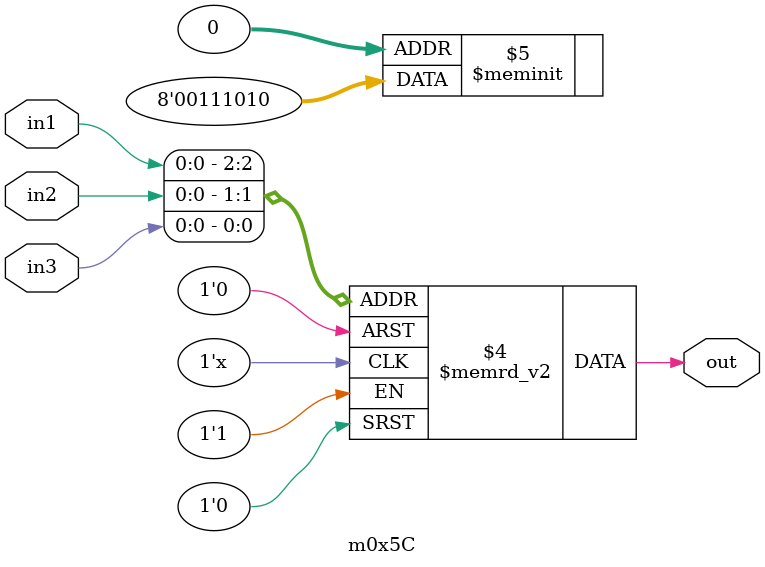
<source format=v>
module m0x5C(output out, input in1, in2, in3);

   always @(in1, in2, in3)
     begin
        case({in1, in2, in3})
          3'b000: {out} = 1'b0;
          3'b001: {out} = 1'b1;
          3'b010: {out} = 1'b0;
          3'b011: {out} = 1'b1;
          3'b100: {out} = 1'b1;
          3'b101: {out} = 1'b1;
          3'b110: {out} = 1'b0;
          3'b111: {out} = 1'b0;
        endcase // case ({in1, in2, in3})
     end // always @ (in1, in2, in3)

endmodule // m0x5C
</source>
